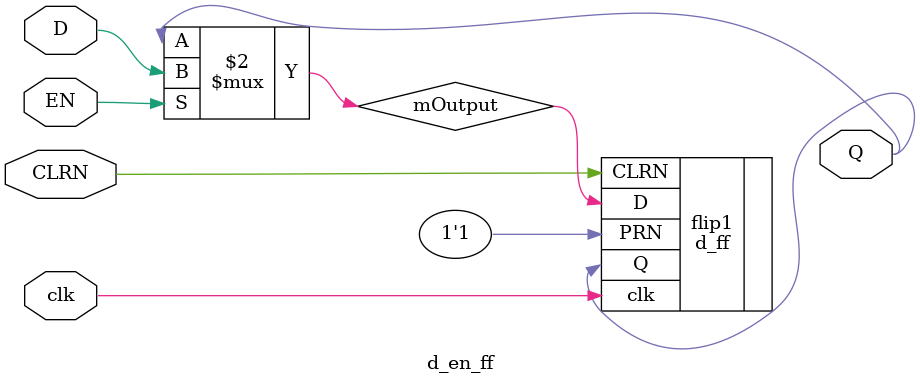
<source format=sv>
module d_en_ff(
  input clk,
  input D,			// D input to be flopped
  input CLRN,		// asynch active low clear (reset)
  input EN,			// enable signal
  output logic Q
);

  ////////////////////////////////////////////////////
  // Declare any needed internal sigals below here //
  //////////////////////////////////////////////////
	logic mOutput;
  
  ///////////////////////////////////////////////////
  // Infer logic needed to feed D input of simple //
  // flop to form an enabled flop (use dataflow) //
  ////////////////////////////////////////////////
  assign mOutput = (EN == 1) ? D : Q;
  
  //////////////////////////////////////////////
  // Instantiate simple d_ff without enable  //
  // and tie PRN inactive.  Connect D input //    
  // to logic you inferred above.          //
  //////////////////////////////////////////
  d_ff flip1(.clk(clk), .D(mOutput), .CLRN(CLRN), .PRN(1'b1), .Q(Q));
  

endmodule

</source>
